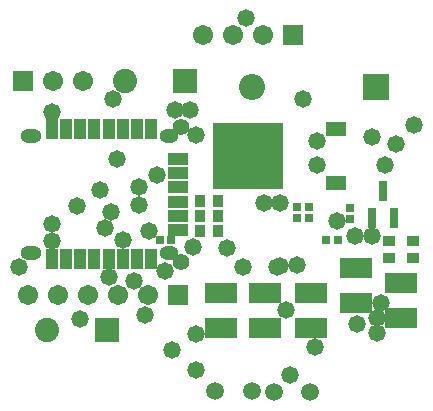
<source format=gbs>
G04 Layer_Color=16711935*
%FSLAX25Y25*%
%MOIN*%
G70*
G01*
G75*
%ADD49R,0.03556X0.04343*%
%ADD50R,0.02768X0.03162*%
%ADD51R,0.04343X0.03556*%
%ADD52R,0.03162X0.02768*%
%ADD54C,0.05918*%
%ADD55R,0.06706X0.06706*%
%ADD56C,0.06706*%
%ADD57C,0.08083*%
%ADD58R,0.08083X0.08083*%
%ADD59R,0.08674X0.08674*%
%ADD60C,0.08674*%
%ADD61C,0.05800*%
%ADD62R,0.11036X0.06706*%
%ADD63R,0.07099X0.04737*%
%ADD64R,0.23241X0.22453*%
%ADD65C,0.05524*%
%ADD66R,0.03950X0.06706*%
%ADD67R,0.06706X0.03950*%
%ADD68O,0.07099X0.04737*%
%ADD69O,0.06312X0.04737*%
%ADD70R,0.03162X0.06706*%
D49*
X557047Y61000D02*
D03*
X562953D02*
D03*
X557047Y71000D02*
D03*
X562953D02*
D03*
X557047Y66000D02*
D03*
X562953D02*
D03*
D50*
X607000Y65031D02*
D03*
Y68968D02*
D03*
D51*
X620000Y57953D02*
D03*
Y52047D02*
D03*
X628000Y57953D02*
D03*
Y52047D02*
D03*
D52*
X547386Y58268D02*
D03*
X543449D02*
D03*
X589378Y65331D02*
D03*
X593315D02*
D03*
X589378Y69268D02*
D03*
X593315D02*
D03*
X599031Y58000D02*
D03*
X602968D02*
D03*
D54*
X581441Y7386D02*
D03*
X593646D02*
D03*
X561953Y7780D02*
D03*
X574157D02*
D03*
D55*
X498000Y111000D02*
D03*
X549488Y39764D02*
D03*
X587858Y126378D02*
D03*
D56*
X508000Y111000D02*
D03*
X518000D02*
D03*
X499488Y39764D02*
D03*
X509488D02*
D03*
X519488D02*
D03*
X529488D02*
D03*
X539488D02*
D03*
X577858Y126378D02*
D03*
X567858D02*
D03*
X557858D02*
D03*
D57*
X532000Y111000D02*
D03*
X506000Y28000D02*
D03*
D58*
X552000Y111000D02*
D03*
X526000Y28000D02*
D03*
D59*
X615591Y109000D02*
D03*
D60*
X574410D02*
D03*
D61*
X523600Y74700D02*
D03*
X516000Y69400D02*
D03*
X496600Y49000D02*
D03*
X542600Y79900D02*
D03*
X536500Y75943D02*
D03*
X536435Y69900D02*
D03*
X525100Y62100D02*
D03*
X529300Y85300D02*
D03*
X614100Y92400D02*
D03*
X596090Y83200D02*
D03*
X507600Y57700D02*
D03*
X527412Y67587D02*
D03*
X554600Y55800D02*
D03*
X534813Y44615D02*
D03*
X583600Y49500D02*
D03*
X586800Y13200D02*
D03*
X585700Y34700D02*
D03*
X582600Y49300D02*
D03*
X526449Y45800D02*
D03*
X531200Y58000D02*
D03*
X618552Y83200D02*
D03*
X622300Y90300D02*
D03*
X591300Y105200D02*
D03*
X516900Y31700D02*
D03*
X538600Y33000D02*
D03*
X528000Y105300D02*
D03*
X555759Y93200D02*
D03*
X572100Y132100D02*
D03*
X596000Y91000D02*
D03*
X547499Y21400D02*
D03*
X595300Y22500D02*
D03*
X609120Y30000D02*
D03*
X555700Y14800D02*
D03*
X548465Y101346D02*
D03*
X553753Y101546D02*
D03*
X555653Y26780D02*
D03*
X608600Y59380D02*
D03*
X583727Y70400D02*
D03*
X578327D02*
D03*
X628200Y96391D02*
D03*
X539798Y61000D02*
D03*
X545248Y47900D02*
D03*
X507551Y63646D02*
D03*
X565780Y55600D02*
D03*
X615900Y27000D02*
D03*
X602700Y64500D02*
D03*
X615882Y32094D02*
D03*
X617118Y37094D02*
D03*
X614260Y59520D02*
D03*
X589409Y49858D02*
D03*
X571150Y49315D02*
D03*
X507551Y100953D02*
D03*
D62*
X594087Y40591D02*
D03*
Y28780D02*
D03*
X563772Y40591D02*
D03*
Y28780D02*
D03*
X578732Y40591D02*
D03*
Y28780D02*
D03*
X624000Y43906D02*
D03*
Y32094D02*
D03*
X609000Y48906D02*
D03*
Y37094D02*
D03*
D63*
X602134Y77004D02*
D03*
Y94996D02*
D03*
D64*
X573000Y86000D02*
D03*
D65*
X550465Y95984D02*
D03*
Y50709D02*
D03*
D66*
X540622Y51693D02*
D03*
X535898D02*
D03*
X531173D02*
D03*
X526449D02*
D03*
X521724D02*
D03*
X517000D02*
D03*
X512276D02*
D03*
X507551D02*
D03*
Y95000D02*
D03*
X512276D02*
D03*
X517000D02*
D03*
X521724D02*
D03*
X526449D02*
D03*
X531173D02*
D03*
X535898D02*
D03*
X540622D02*
D03*
D67*
X549480Y61535D02*
D03*
Y66260D02*
D03*
Y70984D02*
D03*
Y75709D02*
D03*
Y80433D02*
D03*
Y85157D02*
D03*
D68*
X500465Y53858D02*
D03*
Y92835D02*
D03*
D69*
X546528Y53858D02*
D03*
Y92835D02*
D03*
D70*
X618000Y74528D02*
D03*
X621740Y65472D02*
D03*
X614260D02*
D03*
M02*

</source>
